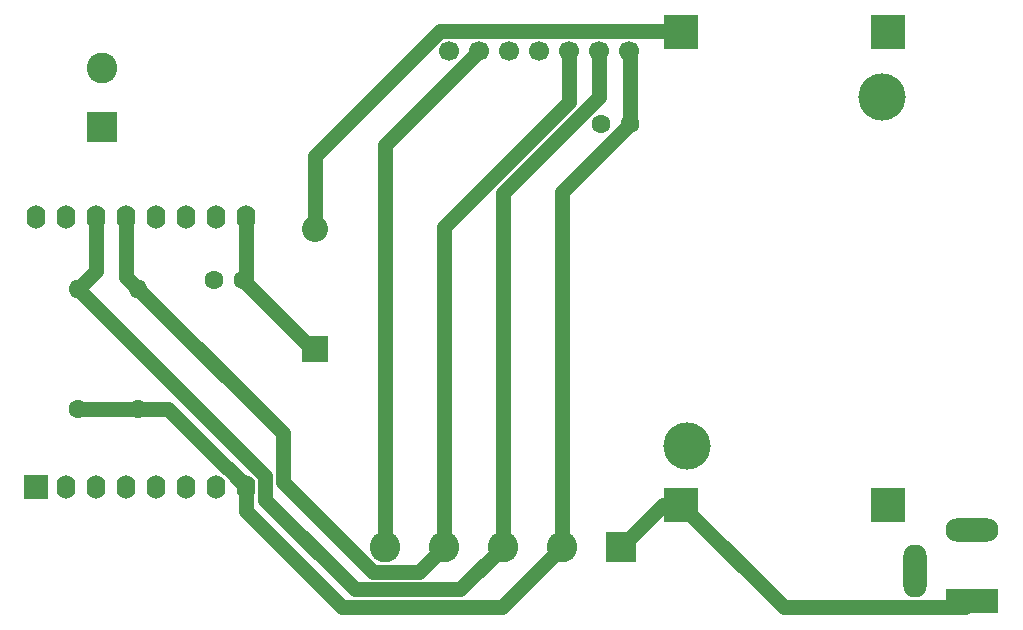
<source format=gbr>
%TF.GenerationSoftware,KiCad,Pcbnew,(5.1.9)-1*%
%TF.CreationDate,2021-01-18T22:58:22-06:00*%
%TF.ProjectId,TempPCB11,54656d70-5043-4423-9131-2e6b69636164,rev?*%
%TF.SameCoordinates,Original*%
%TF.FileFunction,Copper,L1,Top*%
%TF.FilePolarity,Positive*%
%FSLAX46Y46*%
G04 Gerber Fmt 4.6, Leading zero omitted, Abs format (unit mm)*
G04 Created by KiCad (PCBNEW (5.1.9)-1) date 2021-01-18 22:58:22*
%MOMM*%
%LPD*%
G01*
G04 APERTURE LIST*
%TA.AperFunction,ComponentPad*%
%ADD10C,2.600000*%
%TD*%
%TA.AperFunction,ComponentPad*%
%ADD11R,2.600000X2.600000*%
%TD*%
%TA.AperFunction,ComponentPad*%
%ADD12C,4.000000*%
%TD*%
%TA.AperFunction,ComponentPad*%
%ADD13R,3.000000X3.000000*%
%TD*%
%TA.AperFunction,ComponentPad*%
%ADD14O,2.200000X2.200000*%
%TD*%
%TA.AperFunction,ComponentPad*%
%ADD15R,2.200000X2.200000*%
%TD*%
%TA.AperFunction,ComponentPad*%
%ADD16O,2.000000X4.500000*%
%TD*%
%TA.AperFunction,ComponentPad*%
%ADD17O,4.500000X2.000000*%
%TD*%
%TA.AperFunction,ComponentPad*%
%ADD18R,4.500000X2.000000*%
%TD*%
%TA.AperFunction,ComponentPad*%
%ADD19O,1.600000X2.000000*%
%TD*%
%TA.AperFunction,ComponentPad*%
%ADD20R,2.000000X2.000000*%
%TD*%
%TA.AperFunction,ComponentPad*%
%ADD21O,1.600000X1.600000*%
%TD*%
%TA.AperFunction,ComponentPad*%
%ADD22C,1.600000*%
%TD*%
%TA.AperFunction,ComponentPad*%
%ADD23C,1.700000*%
%TD*%
%TA.AperFunction,Conductor*%
%ADD24C,1.270000*%
%TD*%
G04 APERTURE END LIST*
D10*
%TO.P,J2,2*%
%TO.N,GND*%
X64262000Y-55452000D03*
D11*
%TO.P,J2,1*%
X64262000Y-60452000D03*
%TD*%
D10*
%TO.P,J1,5*%
%TO.N,Net-(AK1-Pad6)*%
X88204000Y-96012000D03*
%TO.P,J1,4*%
%TO.N,Net-(AK1-Pad3)*%
X93204000Y-96012000D03*
%TO.P,J1,3*%
%TO.N,Net-(AK1-Pad2)*%
X98204000Y-96012000D03*
%TO.P,J1,2*%
%TO.N,Net-(AK1-Pad1)*%
X103204000Y-96012000D03*
D11*
%TO.P,J1,1*%
%TO.N,Net-(B1-Pad2)*%
X108204000Y-96012000D03*
%TD*%
D12*
%TO.P,B1,*%
%TO.N,*%
X130260000Y-57980000D03*
X113760000Y-87480000D03*
D13*
%TO.P,B1,1*%
%TO.N,GND*%
X130760000Y-92480000D03*
%TO.P,B1,3*%
X130760000Y-52480000D03*
%TO.P,B1,4*%
%TO.N,Net-(B1-Pad4)*%
X113260000Y-52480000D03*
%TO.P,B1,2*%
%TO.N,Net-(B1-Pad2)*%
X113260000Y-92480000D03*
%TD*%
D14*
%TO.P,D1,2*%
%TO.N,Net-(B1-Pad4)*%
X82296000Y-69088000D03*
D15*
%TO.P,D1,1*%
%TO.N,Net-(C1-Pad1)*%
X82296000Y-79248000D03*
%TD*%
D16*
%TO.P,J3,3*%
%TO.N,N/C*%
X133122000Y-98084000D03*
D17*
%TO.P,J3,2*%
%TO.N,GND*%
X137922000Y-94584000D03*
D18*
%TO.P,J3,1*%
%TO.N,Net-(B1-Pad2)*%
X137922000Y-100584000D03*
%TD*%
D19*
%TO.P,U1,16*%
%TO.N,Net-(U1-Pad16)*%
X58674000Y-68072000D03*
%TO.P,U1,15*%
%TO.N,Net-(U1-Pad15)*%
X61214000Y-68072000D03*
%TO.P,U1,14*%
%TO.N,Net-(AK1-Pad2)*%
X63754000Y-68072000D03*
%TO.P,U1,13*%
%TO.N,Net-(AK1-Pad3)*%
X66294000Y-68072000D03*
%TO.P,U1,12*%
%TO.N,Net-(U1-Pad12)*%
X68834000Y-68072000D03*
%TO.P,U1,11*%
%TO.N,Net-(U1-Pad11)*%
X71374000Y-68072000D03*
%TO.P,U1,10*%
%TO.N,GND*%
X73914000Y-68072000D03*
%TO.P,U1,9*%
%TO.N,Net-(C1-Pad1)*%
X76454000Y-68072000D03*
%TO.P,U1,8*%
%TO.N,Net-(AK1-Pad1)*%
X76454000Y-90932000D03*
%TO.P,U1,7*%
%TO.N,Net-(U1-Pad7)*%
X73914000Y-90932000D03*
%TO.P,U1,6*%
%TO.N,Net-(U1-Pad6)*%
X71374000Y-90932000D03*
%TO.P,U1,5*%
%TO.N,Net-(U1-Pad5)*%
X68834000Y-90932000D03*
%TO.P,U1,4*%
%TO.N,Net-(U1-Pad4)*%
X66294000Y-90932000D03*
%TO.P,U1,3*%
%TO.N,Net-(U1-Pad3)*%
X63754000Y-90932000D03*
D20*
%TO.P,U1,1*%
%TO.N,Net-(U1-Pad1)*%
X58674000Y-90932000D03*
D19*
%TO.P,U1,2*%
%TO.N,Net-(U1-Pad2)*%
X61214000Y-90932000D03*
%TD*%
D21*
%TO.P,R2,2*%
%TO.N,Net-(AK1-Pad2)*%
X62230000Y-74168000D03*
D22*
%TO.P,R2,1*%
%TO.N,Net-(AK1-Pad1)*%
X62230000Y-84328000D03*
%TD*%
D21*
%TO.P,R1,2*%
%TO.N,Net-(AK1-Pad3)*%
X67310000Y-74168000D03*
D22*
%TO.P,R1,1*%
%TO.N,Net-(AK1-Pad1)*%
X67310000Y-84328000D03*
%TD*%
%TO.P,C2,2*%
%TO.N,GND*%
X106466000Y-60198000D03*
%TO.P,C2,1*%
%TO.N,Net-(AK1-Pad1)*%
X108966000Y-60198000D03*
%TD*%
%TO.P,C1,2*%
%TO.N,GND*%
X73700000Y-73406000D03*
%TO.P,C1,1*%
%TO.N,Net-(C1-Pad1)*%
X76200000Y-73406000D03*
%TD*%
D23*
%TO.P,AK1,7*%
%TO.N,GND*%
X93634000Y-54072000D03*
%TO.P,AK1,6*%
%TO.N,Net-(AK1-Pad6)*%
X96174000Y-54072000D03*
%TO.P,AK1,5*%
%TO.N,Net-(AK1-Pad5)*%
X98714000Y-54072000D03*
%TO.P,AK1,4*%
%TO.N,Net-(AK1-Pad4)*%
X101254000Y-54072000D03*
%TO.P,AK1,3*%
%TO.N,Net-(AK1-Pad3)*%
X103794000Y-54072000D03*
%TO.P,AK1,2*%
%TO.N,Net-(AK1-Pad2)*%
X106334000Y-54072000D03*
%TO.P,AK1,1*%
%TO.N,Net-(AK1-Pad1)*%
X108874000Y-54072000D03*
%TD*%
D24*
%TO.N,Net-(AK1-Pad6)*%
X88204000Y-62042000D02*
X96174000Y-54072000D01*
X88204000Y-96012000D02*
X88204000Y-62042000D01*
%TO.N,Net-(AK1-Pad3)*%
X103794000Y-54072000D02*
X103794000Y-58371289D01*
X93204000Y-68961289D02*
X93204000Y-96012000D01*
X103794000Y-58371289D02*
X93204000Y-68961289D01*
X66294000Y-73152000D02*
X67310000Y-74168000D01*
X66294000Y-68072000D02*
X66294000Y-73152000D01*
X67310000Y-74168000D02*
X79559021Y-86417021D01*
X79559021Y-86417021D02*
X79559021Y-90526823D01*
X79559021Y-90526823D02*
X87179199Y-98147001D01*
X87179199Y-98147001D02*
X91068999Y-98147001D01*
X91068999Y-98147001D02*
X93204000Y-96012000D01*
%TO.N,Net-(AK1-Pad2)*%
X98204000Y-96012000D02*
X98204000Y-66040197D01*
X98204000Y-66040197D02*
X106334000Y-57910197D01*
X106334000Y-57910197D02*
X106334000Y-54072000D01*
X63754000Y-72644000D02*
X62230000Y-74168000D01*
X63754000Y-68072000D02*
X63754000Y-72644000D01*
X78089010Y-90027010D02*
X78089010Y-92059010D01*
X62230000Y-74168000D02*
X78089010Y-90027010D01*
X94598988Y-99617012D02*
X98204000Y-96012000D01*
X85647012Y-99617012D02*
X94598988Y-99617012D01*
X78089010Y-92059010D02*
X85647012Y-99617012D01*
%TO.N,Net-(AK1-Pad1)*%
X103204000Y-65960000D02*
X108966000Y-60198000D01*
X103204000Y-96012000D02*
X103204000Y-65960000D01*
X108966000Y-54164000D02*
X108874000Y-54072000D01*
X108966000Y-60198000D02*
X108966000Y-54164000D01*
X67310000Y-84328000D02*
X62230000Y-84328000D01*
X69803092Y-84328000D02*
X74829096Y-89354004D01*
X74829096Y-89354004D02*
X74876004Y-89354004D01*
X67310000Y-84328000D02*
X69803092Y-84328000D01*
X74876004Y-89354004D02*
X76454000Y-90932000D01*
X76454000Y-90932000D02*
X76454000Y-92964000D01*
X98128977Y-101087023D02*
X103204000Y-96012000D01*
X84577023Y-101087023D02*
X98128977Y-101087023D01*
X76454000Y-92964000D02*
X84577023Y-101087023D01*
%TO.N,Net-(C1-Pad1)*%
X76454000Y-73152000D02*
X76200000Y-73406000D01*
X76454000Y-68072000D02*
X76454000Y-73152000D01*
X82042000Y-79248000D02*
X76200000Y-73406000D01*
X82296000Y-79248000D02*
X82042000Y-79248000D01*
%TO.N,Net-(B1-Pad4)*%
X113166999Y-52386999D02*
X113260000Y-52480000D01*
X92825199Y-52386999D02*
X113166999Y-52386999D01*
X82296000Y-62916198D02*
X92825199Y-52386999D01*
X82296000Y-69088000D02*
X82296000Y-62916198D01*
%TO.N,Net-(B1-Pad2)*%
X121949010Y-101169010D02*
X113260000Y-92480000D01*
X137336990Y-101169010D02*
X121949010Y-101169010D01*
X137922000Y-100584000D02*
X137336990Y-101169010D01*
X111736000Y-92480000D02*
X108204000Y-96012000D01*
X113260000Y-92480000D02*
X111736000Y-92480000D01*
%TD*%
M02*

</source>
